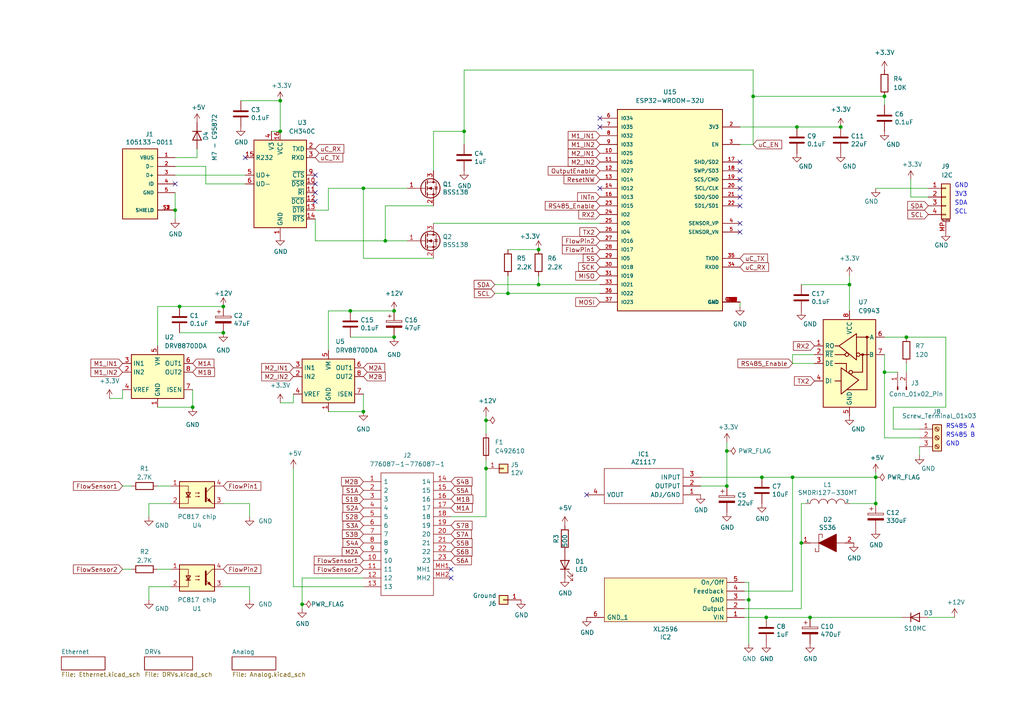
<source format=kicad_sch>
(kicad_sch (version 20230121) (generator eeschema)
  (paper "A4")
  (title_block (title "RC15") (date "2024-01-06"))
  (junction (at 210.82 130.81))
  (junction (at 256.54 27.94))
  (junction (at 243.84 36.83))
  (junction (at 218.44 27.94))
  (junction (at 105.41 54.61))
  (junction (at 156.21 72.39))
  (junction (at 210.82 140.97))
  (junction (at 114.3 90.17))
  (junction (at 81.28 38.1))
  (junction (at 64.77 88.9))
  (junction (at 229.87 138.43))
  (junction (at 246.38 82.55))
  (junction (at 232.41 157.48))
  (junction (at 114.3 97.79))
  (junction (at 140.97 135.89))
  (junction (at 256.54 107.95))
  (junction (at 87.63 175.26))
  (junction (at 254 146.05))
  (junction (at 55.88 118.11))
  (junction (at 111.76 69.85))
  (junction (at 52.07 88.9))
  (junction (at 156.21 82.55))
  (junction (at 101.6 90.17))
  (junction (at 147.32 85.09))
  (junction (at 220.98 138.43))
  (junction (at 231.14 36.83))
  (junction (at 140.97 121.92))
  (junction (at 81.28 29.21))
  (junction (at 217.17 173.99))
  (junction (at 234.95 179.07))
  (junction (at 64.77 96.52))
  (junction (at 222.25 179.07))
  (junction (at 262.89 97.79))
  (junction (at 254 138.43))
  (junction (at 134.62 38.1))
  (junction (at 50.8 60.96))
  (junction (at 105.41 119.38))
  (no_connect (at 91.44 50.8))
  (no_connect (at 214.63 49.53))
  (no_connect (at 214.63 67.31))
  (no_connect (at 50.8 53.34))
  (no_connect (at 91.44 55.88))
  (no_connect (at 214.63 64.77))
  (no_connect (at 214.63 46.99))
  (no_connect (at 91.44 58.42))
  (no_connect (at 173.99 34.29))
  (no_connect (at 130.81 167.64))
  (no_connect (at 71.12 45.72))
  (no_connect (at 91.44 53.34))
  (no_connect (at 214.63 57.15))
  (no_connect (at 170.18 143.51))
  (no_connect (at 214.63 59.69))
  (no_connect (at 173.99 54.61))
  (no_connect (at 173.99 36.83))
  (no_connect (at 214.63 52.07))
  (no_connect (at 214.63 54.61))
  (no_connect (at 130.81 165.1))
  (wire (pts (xy 256.54 97.79) (xy 262.89 97.79)))
  (wire (pts (xy 95.25 90.17) (xy 95.25 101.6)))
  (wire (pts (xy 101.6 90.17) (xy 114.3 90.17)))
  (wire (pts (xy 229.87 105.41) (xy 236.22 105.41)))
  (wire (pts (xy 38.1 165.1) (xy 35.56 165.1)))
  (wire (pts (xy 134.62 38.1) (xy 134.62 20.32)))
  (wire (pts (xy 156.21 80.01) (xy 156.21 82.55)))
  (wire (pts (xy 147.32 72.39) (xy 156.21 72.39)))
  (wire (pts (xy 91.44 69.85) (xy 91.44 63.5)))
  (wire (pts (xy 125.73 74.93) (xy 105.41 74.93)))
  (wire (pts (xy 266.7 124.46) (xy 259.08 124.46)))
  (wire (pts (xy 105.41 54.61) (xy 118.11 54.61)))
  (wire (pts (xy 125.73 64.77) (xy 173.99 64.77)))
  (wire (pts (xy 229.87 102.87) (xy 229.87 105.41)))
  (wire (pts (xy 43.18 146.05) (xy 49.53 146.05)))
  (wire (pts (xy 87.63 167.64) (xy 87.63 175.26)))
  (wire (pts (xy 210.82 130.81) (xy 210.82 140.97)))
  (wire (pts (xy 81.28 29.21) (xy 81.28 38.1)))
  (wire (pts (xy 262.89 105.41) (xy 262.89 107.95)))
  (wire (pts (xy 147.32 85.09) (xy 173.99 85.09)))
  (wire (pts (xy 232.41 82.55) (xy 246.38 82.55)))
  (wire (pts (xy 35.56 115.57) (xy 31.75 115.57)))
  (wire (pts (xy 134.62 41.91) (xy 134.62 38.1)))
  (wire (pts (xy 125.73 59.69) (xy 111.76 59.69)))
  (wire (pts (xy 50.8 55.88) (xy 50.8 60.96)))
  (wire (pts (xy 52.07 88.9) (xy 64.77 88.9)))
  (wire (pts (xy 236.22 102.87) (xy 229.87 102.87)))
  (wire (pts (xy 111.76 69.85) (xy 91.44 69.85)))
  (wire (pts (xy 59.69 53.34) (xy 71.12 53.34)))
  (wire (pts (xy 130.81 149.86) (xy 140.97 149.86)))
  (wire (pts (xy 101.6 97.79) (xy 114.3 97.79)))
  (wire (pts (xy 147.32 80.01) (xy 147.32 85.09)))
  (wire (pts (xy 232.41 176.53) (xy 232.41 157.48)))
  (wire (pts (xy 38.1 140.97) (xy 35.56 140.97)))
  (wire (pts (xy 203.2 138.43) (xy 220.98 138.43)))
  (wire (pts (xy 45.72 118.11) (xy 55.88 118.11)))
  (wire (pts (xy 246.38 80.01) (xy 246.38 82.55)))
  (wire (pts (xy 215.9 173.99) (xy 217.17 173.99)))
  (wire (pts (xy 229.87 171.45) (xy 229.87 138.43)))
  (wire (pts (xy 55.88 113.03) (xy 55.88 118.11)))
  (wire (pts (xy 143.51 85.09) (xy 147.32 85.09)))
  (wire (pts (xy 210.82 128.27) (xy 210.82 130.81)))
  (wire (pts (xy 95.25 54.61) (xy 105.41 54.61)))
  (wire (pts (xy 217.17 173.99) (xy 217.17 168.91)))
  (wire (pts (xy 105.41 114.3) (xy 105.41 119.38)))
  (wire (pts (xy 45.72 140.97) (xy 49.53 140.97)))
  (wire (pts (xy 259.08 118.11) (xy 274.32 118.11)))
  (wire (pts (xy 232.41 157.48) (xy 232.41 146.05)))
  (wire (pts (xy 59.69 53.34) (xy 59.69 48.26)))
  (wire (pts (xy 91.44 60.96) (xy 95.25 60.96)))
  (wire (pts (xy 231.14 36.83) (xy 243.84 36.83)))
  (wire (pts (xy 85.09 114.3) (xy 85.09 116.84)))
  (wire (pts (xy 256.54 127) (xy 266.7 127)))
  (wire (pts (xy 50.8 50.8) (xy 71.12 50.8)))
  (wire (pts (xy 105.41 54.61) (xy 105.41 74.93)))
  (wire (pts (xy 45.72 165.1) (xy 49.53 165.1)))
  (wire (pts (xy 264.16 57.15) (xy 264.16 52.07)))
  (wire (pts (xy 81.28 38.1) (xy 78.74 38.1)))
  (wire (pts (xy 203.2 140.97) (xy 210.82 140.97)))
  (wire (pts (xy 95.25 60.96) (xy 95.25 54.61)))
  (wire (pts (xy 156.21 82.55) (xy 173.99 82.55)))
  (wire (pts (xy 218.44 20.32) (xy 218.44 27.94)))
  (wire (pts (xy 140.97 121.92) (xy 140.97 125.73)))
  (wire (pts (xy 35.56 113.03) (xy 35.56 115.57)))
  (wire (pts (xy 111.76 59.69) (xy 111.76 69.85)))
  (wire (pts (xy 57.15 45.72) (xy 57.15 43.18)))
  (wire (pts (xy 43.18 170.18) (xy 43.18 173.99)))
  (wire (pts (xy 140.97 120.65) (xy 140.97 121.92)))
  (wire (pts (xy 246.38 82.55) (xy 246.38 90.17)))
  (wire (pts (xy 234.95 179.07) (xy 261.62 179.07)))
  (wire (pts (xy 256.54 107.95) (xy 256.54 127)))
  (wire (pts (xy 234.95 179.07) (xy 222.25 179.07)))
  (wire (pts (xy 85.09 116.84) (xy 81.28 116.84)))
  (wire (pts (xy 256.54 102.87) (xy 256.54 107.95)))
  (wire (pts (xy 134.62 20.32) (xy 218.44 20.32)))
  (wire (pts (xy 140.97 135.89) (xy 140.97 149.86)))
  (wire (pts (xy 43.18 170.18) (xy 49.53 170.18)))
  (wire (pts (xy 246.38 146.05) (xy 254 146.05)))
  (wire (pts (xy 217.17 173.99) (xy 217.17 186.69)))
  (wire (pts (xy 72.39 170.18) (xy 64.77 170.18)))
  (wire (pts (xy 101.6 90.17) (xy 95.25 90.17)))
  (wire (pts (xy 215.9 171.45) (xy 229.87 171.45)))
  (wire (pts (xy 232.41 146.05) (xy 233.68 146.05)))
  (wire (pts (xy 125.73 38.1) (xy 134.62 38.1)))
  (wire (pts (xy 254 146.05) (xy 254 138.43)))
  (wire (pts (xy 256.54 30.48) (xy 256.54 27.94)))
  (wire (pts (xy 95.25 119.38) (xy 105.41 119.38)))
  (wire (pts (xy 266.7 129.54) (xy 266.7 132.08)))
  (wire (pts (xy 222.25 179.07) (xy 215.9 179.07)))
  (wire (pts (xy 125.73 38.1) (xy 125.73 49.53)))
  (wire (pts (xy 52.07 88.9) (xy 45.72 88.9)))
  (wire (pts (xy 256.54 107.95) (xy 260.35 107.95)))
  (wire (pts (xy 269.24 179.07) (xy 276.86 179.07)))
  (wire (pts (xy 50.8 60.96) (xy 50.8 63.5)))
  (wire (pts (xy 254 54.61) (xy 269.24 54.61)))
  (wire (pts (xy 45.72 88.9) (xy 45.72 100.33)))
  (wire (pts (xy 69.85 29.21) (xy 81.28 29.21)))
  (wire (pts (xy 72.39 146.05) (xy 64.77 146.05)))
  (wire (pts (xy 218.44 27.94) (xy 218.44 41.91)))
  (wire (pts (xy 140.97 133.35) (xy 140.97 135.89)))
  (wire (pts (xy 72.39 149.86) (xy 72.39 146.05)))
  (wire (pts (xy 259.08 124.46) (xy 259.08 118.11)))
  (wire (pts (xy 215.9 176.53) (xy 232.41 176.53)))
  (wire (pts (xy 50.8 45.72) (xy 57.15 45.72)))
  (wire (pts (xy 274.32 118.11) (xy 274.32 97.79)))
  (wire (pts (xy 59.69 48.26) (xy 50.8 48.26)))
  (wire (pts (xy 214.63 87.63) (xy 214.63 88.9)))
  (wire (pts (xy 52.07 96.52) (xy 64.77 96.52)))
  (wire (pts (xy 87.63 175.26) (xy 87.63 176.53)))
  (wire (pts (xy 254 138.43) (xy 229.87 138.43)))
  (wire (pts (xy 262.89 97.79) (xy 274.32 97.79)))
  (wire (pts (xy 118.11 69.85) (xy 111.76 69.85)))
  (wire (pts (xy 105.41 170.18) (xy 85.09 170.18)))
  (wire (pts (xy 143.51 82.55) (xy 156.21 82.55)))
  (wire (pts (xy 217.17 168.91) (xy 215.9 168.91)))
  (wire (pts (xy 218.44 27.94) (xy 256.54 27.94)))
  (wire (pts (xy 43.18 146.05) (xy 43.18 149.86)))
  (wire (pts (xy 220.98 138.43) (xy 229.87 138.43)))
  (wire (pts (xy 214.63 36.83) (xy 231.14 36.83)))
  (wire (pts (xy 254 138.43) (xy 254 137.16)))
  (wire (pts (xy 105.41 167.64) (xy 87.63 167.64)))
  (wire (pts (xy 72.39 173.99) (xy 72.39 170.18)))
  (wire (pts (xy 214.63 41.91) (xy 218.44 41.91)))
  (wire (pts (xy 85.09 135.89) (xy 85.09 170.18)))
  (wire (pts (xy 264.16 57.15) (xy 269.24 57.15)))
  (text "GND" (at 276.86 54.61 0) (effects (font (size 1.27 1.27)) (justify left bottom)))
  (text "RS485 B" (at 274.32 127 0) (effects (font (size 1.27 1.27)) (justify left bottom)))
  (text "GND" (at 274.32 129.54 0) (effects (font (size 1.27 1.27)) (justify left bottom)))
  (text "RS485 A" (at 274.32 124.46 0) (effects (font (size 1.27 1.27)) (justify left bottom)))
  (text "SCL" (at 276.86 62.23 0) (effects (font (size 1.27 1.27)) (justify left bottom)))
  (text "3V3" (at 276.86 57.15 0) (effects (font (size 1.27 1.27)) (justify left bottom)))
  (text "SDA" (at 276.86 59.69 0) (effects (font (size 1.27 1.27)) (justify left bottom)))
  (global_label "FlowSensor2" (shape input) (at 35.56 165.1 180) (property "Intersheetrefs" "${INTERSHEET_REFS}" (effects hide)))
  (global_label "M2B" (shape input) (at 105.41 109.22 0) (property "Intersheetrefs" "${INTERSHEET_REFS}" (effects hide)))
  (global_label "M1_IN1" (shape input) (at 173.99 39.37 180) (property "Intersheetrefs" "${INTERSHEET_REFS}" (effects hide)))
  (global_label "FlowPin1" (shape input) (at 173.99 72.39 180) (property "Intersheetrefs" "${INTERSHEET_REFS}" (effects hide)))
  (global_label "S1A" (shape input) (at 105.41 142.24 180) (property "Intersheetrefs" "${INTERSHEET_REFS}" (effects hide)))
  (global_label "S5B" (shape input) (at 130.81 157.48 0) (property "Intersheetrefs" "${INTERSHEET_REFS}" (effects hide)))
  (global_label "FlowPin2" (shape input) (at 64.77 165.1 0) (property "Intersheetrefs" "${INTERSHEET_REFS}" (effects hide)))
  (global_label "uC_RX" (shape input) (at 214.63 77.47 0) (property "Intersheetrefs" "${INTERSHEET_REFS}" (effects hide)))
  (global_label "M2A" (shape input) (at 105.41 160.02 180) (property "Intersheetrefs" "${INTERSHEET_REFS}" (effects hide)))
  (global_label "M1B" (shape input) (at 130.81 144.78 0) (property "Intersheetrefs" "${INTERSHEET_REFS}" (effects hide)))
  (global_label "M2B" (shape input) (at 105.41 139.7 180) (property "Intersheetrefs" "${INTERSHEET_REFS}" (effects hide)))
  (global_label "M2_IN2" (shape input) (at 85.09 109.22 180) (property "Intersheetrefs" "${INTERSHEET_REFS}" (effects hide)))
  (global_label "M2_IN2" (shape input) (at 173.99 46.99 180) (property "Intersheetrefs" "${INTERSHEET_REFS}" (effects hide)))
  (global_label "SCL" (shape input) (at 269.24 62.23 180) (property "Intersheetrefs" "${INTERSHEET_REFS}" (effects hide)))
  (global_label "SDA" (shape input) (at 269.24 59.69 180) (property "Intersheetrefs" "${INTERSHEET_REFS}" (effects hide)))
  (global_label "SDA" (shape input) (at 143.51 82.55 180) (property "Intersheetrefs" "${INTERSHEET_REFS}" (effects hide)))
  (global_label "M1A" (shape input) (at 130.81 147.32 0) (property "Intersheetrefs" "${INTERSHEET_REFS}" (effects hide)))
  (global_label "S7B" (shape input) (at 130.81 152.4 0) (property "Intersheetrefs" "${INTERSHEET_REFS}" (effects hide)))
  (global_label "M1B" (shape input) (at 55.88 107.95 0) (property "Intersheetrefs" "${INTERSHEET_REFS}" (effects hide)))
  (global_label "RX2" (shape input) (at 173.99 62.23 180) (property "Intersheetrefs" "${INTERSHEET_REFS}" (effects hide)))
  (global_label "uC_TX" (shape input) (at 91.44 45.72 0) (property "Intersheetrefs" "${INTERSHEET_REFS}" (effects hide)))
  (global_label "SS" (shape input) (at 173.99 74.93 180) (property "Intersheetrefs" "${INTERSHEET_REFS}" (effects hide)))
  (global_label "uC_RX" (shape input) (at 91.44 43.18 0) (property "Intersheetrefs" "${INTERSHEET_REFS}" (effects hide)))
  (global_label "S4A" (shape input) (at 105.41 157.48 180) (property "Intersheetrefs" "${INTERSHEET_REFS}" (effects hide)))
  (global_label "M1_IN1" (shape input) (at 35.56 105.41 180) (property "Intersheetrefs" "${INTERSHEET_REFS}" (effects hide)))
  (global_label "TX2" (shape input) (at 236.22 110.49 180) (property "Intersheetrefs" "${INTERSHEET_REFS}" (effects hide)))
  (global_label "S5A" (shape input) (at 130.81 142.24 0) (property "Intersheetrefs" "${INTERSHEET_REFS}" (effects hide)))
  (global_label "S7A" (shape input) (at 130.81 154.94 0) (property "Intersheetrefs" "${INTERSHEET_REFS}" (effects hide)))
  (global_label "FlowSensor1" (shape input) (at 105.41 162.56 180) (property "Intersheetrefs" "${INTERSHEET_REFS}" (effects hide)))
  (global_label "TX2" (shape input) (at 173.99 67.31 180) (property "Intersheetrefs" "${INTERSHEET_REFS}" (effects hide)))
  (global_label "RX2" (shape input) (at 236.22 100.33 180) (property "Intersheetrefs" "${INTERSHEET_REFS}" (effects hide)))
  (global_label "uC_TX" (shape input) (at 214.63 74.93 0) (property "Intersheetrefs" "${INTERSHEET_REFS}" (effects hide)))
  (global_label "S6B" (shape input) (at 130.81 160.02 0) (property "Intersheetrefs" "${INTERSHEET_REFS}" (effects hide)))
  (global_label "M1_IN2" (shape input) (at 35.56 107.95 180) (property "Intersheetrefs" "${INTERSHEET_REFS}" (effects hide)))
  (global_label "INTn" (shape input) (at 173.99 57.15 180) (property "Intersheetrefs" "${INTERSHEET_REFS}" (effects hide)))
  (global_label "S4B" (shape input) (at 130.81 139.7 0) (property "Intersheetrefs" "${INTERSHEET_REFS}" (effects hide)))
  (global_label "S2A" (shape input) (at 105.41 147.32 180) (property "Intersheetrefs" "${INTERSHEET_REFS}" (effects hide)))
  (global_label "S3A" (shape input) (at 105.41 152.4 180) (property "Intersheetrefs" "${INTERSHEET_REFS}" (effects hide)))
  (global_label "RS485_Enable" (shape input) (at 229.87 105.41 180) (property "Intersheetrefs" "${INTERSHEET_REFS}" (effects hide)))
  (global_label "M2_IN1" (shape input) (at 85.09 106.68 180) (property "Intersheetrefs" "${INTERSHEET_REFS}" (effects hide)))
  (global_label "RS485_Enable" (shape input) (at 173.99 59.69 180) (property "Intersheetrefs" "${INTERSHEET_REFS}" (effects hide)))
  (global_label "SCL" (shape input) (at 143.51 85.09 180) (property "Intersheetrefs" "${INTERSHEET_REFS}" (effects hide)))
  (global_label "M1_IN2" (shape input) (at 173.99 41.91 180) (property "Intersheetrefs" "${INTERSHEET_REFS}" (effects hide)))
  (global_label "FlowPin2" (shape input) (at 173.99 69.85 180) (property "Intersheetrefs" "${INTERSHEET_REFS}" (effects hide)))
  (global_label "S1B" (shape input) (at 105.41 144.78 180) (property "Intersheetrefs" "${INTERSHEET_REFS}" (effects hide)))
  (global_label "ResetNW" (shape input) (at 173.99 52.07 180) (property "Intersheetrefs" "${INTERSHEET_REFS}" (effects hide)))
  (global_label "uC_EN" (shape input) (at 218.44 41.91 0) (property "Intersheetrefs" "${INTERSHEET_REFS}" (effects hide)))
  (global_label "MISO" (shape input) (at 173.99 80.01 180) (property "Intersheetrefs" "${INTERSHEET_REFS}" (effects hide)))
  (global_label "SCK" (shape input) (at 173.99 77.47 180) (property "Intersheetrefs" "${INTERSHEET_REFS}" (effects hide)))
  (global_label "M2_IN1" (shape input) (at 173.99 44.45 180) (property "Intersheetrefs" "${INTERSHEET_REFS}" (effects hide)))
  (global_label "FlowSensor1" (shape input) (at 35.56 140.97 180) (property "Intersheetrefs" "${INTERSHEET_REFS}" (effects hide)))
  (global_label "MOSI" (shape input) (at 173.99 87.63 180) (property "Intersheetrefs" "${INTERSHEET_REFS}" (effects hide)))
  (global_label "S3B" (shape input) (at 105.41 154.94 180) (property "Intersheetrefs" "${INTERSHEET_REFS}" (effects hide)))
  (global_label "S2B" (shape input) (at 105.41 149.86 180) (property "Intersheetrefs" "${INTERSHEET_REFS}" (effects hide)))
  (global_label "S6A" (shape input) (at 130.81 162.56 0) (property "Intersheetrefs" "${INTERSHEET_REFS}" (effects hide)))
  (global_label "FlowSensor2" (shape input) (at 105.41 165.1 180) (property "Intersheetrefs" "${INTERSHEET_REFS}" (effects hide)))
  (global_label "FlowPin1" (shape input) (at 64.77 140.97 0) (property "Intersheetrefs" "${INTERSHEET_REFS}" (effects hide)))
  (global_label "OutputEnable" (shape input) (at 173.99 49.53 180) (property "Intersheetrefs" "${INTERSHEET_REFS}" (effects hide)))
  (global_label "M1A" (shape input) (at 55.88 105.41 0) (property "Intersheetrefs" "${INTERSHEET_REFS}" (effects hide)))
  (global_label "M2A" (shape input) (at 105.41 106.68 0) (property "Intersheetrefs" "${INTERSHEET_REFS}" (effects hide)))
  (symbol (lib_id "power:GND") (at 217.17 186.69 0) (unit 1)
    (property "Reference" "#PWR027" (effects hide))
    (property "Value" "GND" (at 217.297 191.0842 0))
  )
  (symbol (lib_id "power:+3.3V") (at 81.28 29.21 0) (unit 1)
    (property "Reference" "#PWR010" (effects hide))
    (property "Value" "+3.3V" (at 81.661 24.8158 0))
  )
  (symbol (lib_id "power:+12V") (at 64.77 88.9 0) (unit 1)
    (property "Reference" "#PWR07" (effects hide))
    (property "Value" "+12V" (at 64.77 85.09 0))
  )
  (symbol (lib_name "PC817_1") (lib_id "Isolator:PC817") (at 57.15 167.64 0) (unit 1)
    (property "Reference" "U1" (at 57.15 176.53 0))
    (property "Value" "PC817 chip" (at 57.15 173.99 0))
    (property "Footprint" "digikey-footprints:SMD-4_4.6x7.62mm_P2.54mm" (effects hide))
    (property "Datasheet" "http://www.soselectronic.cz/a_info/resource/d/pc817.pdf" (effects hide))
  )
  (symbol (lib_id "power:GND") (at 256.54 38.1 0) (unit 1)
    (property "Reference" "#PWR028" (effects hide))
    (property "Value" "GND" (at 259.08 41.91 0))
  )
  (symbol (lib_id "Interface_UART:LT1785AxS8") (at 246.38 105.41 0) (unit 1)
    (property "Reference" "U7" (at 248.92 87.63 0) (effects (justify left)))
    (property "Value" "C9943" (at 248.92 90.17 0) (effects (justify left)))
    (property "Footprint" "footprints:21-0041B_8_MXM" (effects hide))
    (property "Datasheet" "https://www.lcsc.com/product-detail/RS-span-style-background-color-ff0-485-span-RS-422-ICs_Analog-Devices-Inc-Maxim-Integrated-MAX3485EESA-T_C9943.html" (effects hide))
  )
  (symbol (lib_id "power:+3.3V") (at 264.16 52.07 0) (unit 1)
    (property "Reference" "#PWR044" (effects hide))
    (property "Value" "+3.3V" (at 264.541 47.6758 0))
  )
  (symbol (lib_id "Device:C") (at 232.41 86.36 0) (unit 1)
    (property "Reference" "C17" (at 235.331 85.1916 0) (effects (justify left)))
    (property "Value" "0.1uF" (at 235.331 87.503 0) (effects (justify left)))
    (property "Footprint" "Capacitor_SMD:C_0603_1608Metric" (effects hide))
  )
  (symbol (lib_id "power:GND") (at 247.65 157.48 0) (unit 1)
    (property "Reference" "#PWR038" (effects hide))
    (property "Value" "GND" (at 247.777 161.8742 0))
  )
  (symbol (lib_id "power:+3.3V") (at 256.54 20.32 0) (unit 1)
    (property "Reference" "#PWR0106" (effects hide))
    (property "Value" "+3.3V" (at 256.54 15.24 0))
  )
  (symbol (lib_id "power:GND") (at 81.28 68.58 0) (unit 1)
    (property "Reference" "#PWR011" (effects hide))
    (property "Value" "GND" (at 81.407 72.9742 0))
  )
  (symbol (lib_id "power:+3.3V") (at 31.75 115.57 0) (unit 1)
    (property "Reference" "#PWR02" (effects hide))
    (property "Value" "+3.3V" (at 31.75 110.49 0))
  )
  (symbol (lib_id "Device:C_Polarized") (at 64.77 92.71 0) (unit 1)
    (property "Reference" "C2" (at 67.7672 91.5416 0) (effects (justify left)))
    (property "Value" "47uF" (at 67.7672 93.853 0) (effects (justify left)))
    (property "Footprint" "Capacitor_SMD:CP_Elec_6.3x5.4" (effects hide))
  )
  (symbol (lib_id "power:+3.3V") (at 156.21 72.39 0) (unit 1)
    (property "Reference" "#PWR034" (effects hide))
    (property "Value" "+3.3V" (at 153.67 68.58 0))
  )
  (symbol (lib_id "Diode:1N4001") (at 57.15 39.37 270) (unit 1)
    (property "Reference" "D4" (at 59.69 38.1 0) (effects (justify left)))
    (property "Value" "M7 - C95872" (at 62.23 33.02 0) (effects (justify left)))
    (property "Footprint" "MyFootprints:DO-214AC" (effects hide))
    (property "Datasheet" "http://www.vishay.com/docs/88503/1n4001.pdf" (effects hide))
    (property "Sim.Device" "D" (effects hide))
    (property "Sim.Pins" "1=K 2=A" (effects hide))
  )
  (symbol (lib_id "power:GND") (at 203.2 143.51 0) (unit 1)
    (property "Reference" "#PWR023" (effects hide))
    (property "Value" "GND" (at 203.327 147.9042 0))
  )
  (symbol (lib_id "Device:C") (at 101.6 93.98 0) (unit 1)
    (property "Reference" "C15" (at 104.521 92.8116 0) (effects (justify left)))
    (property "Value" "0.1uF" (at 104.521 95.123 0) (effects (justify left)))
    (property "Footprint" "Capacitor_SMD:C_0603_1608Metric" (effects hide))
  )
  (symbol (lib_id "MyLib:XL2596") (at 215.9 179.07 180) (unit 1)
    (property "Reference" "IC2" (at 193.04 184.785 0))
    (property "Value" "XL2596" (at 193.04 182.4736 0))
    (property "Footprint" "MyFootprints:TO263-5L" (effects hide))
  )
  (symbol (lib_id "power:+12V") (at 140.97 120.65 0) (unit 1)
    (property "Reference" "#PWR017" (effects hide))
    (property "Value" "+12V" (at 141.351 116.2558 0))
  )
  (symbol (lib_id "Device:R") (at 156.21 76.2 0) (unit 1)
    (property "Reference" "R6" (at 158.75 74.9299 0) (effects (justify left)))
    (property "Value" "2.2K" (at 158.75 77.4699 0) (effects (justify left)))
    (property "Footprint" "Resistor_SMD:R_0603_1608Metric" (effects hide))
  )
  (symbol (lib_id "Device:R") (at 262.89 101.6 0) (unit 1)
    (property "Reference" "R7" (at 265.43 100.33 0) (effects (justify left)))
    (property "Value" "120" (at 265.43 102.87 0) (effects (justify left)))
    (property "Footprint" "Resistor_SMD:R_0603_1608Metric" (effects hide))
  )
  (symbol (lib_id "MyLib:AZ1117CH-3.3TRG1") (at 203.2 143.51 180) (unit 1)
    (property "Reference" "IC1" (at 186.69 131.699 0))
    (property "Value" "AZ1117" (at 186.69 134.0104 0))
    (property "Footprint" "Package_TO_SOT_SMD:SOT-223" (effects hide))
    (property "Datasheet" "https://datasheet.datasheetarchive.com/originals/distributors/Datasheets-DGA25/1776204.pdf" (effects hide))
    (property "Description" "1.35A 3.3V LDO Reg. Current Limit SOT223 DiodesZetex AZ1117CH-3.3TRG1, LDO Voltage Regulator, 0.8A, 3.3 V +/-1%, maximum of 15 Vin, 3-Pin SOT-223" (effects hide))
    (property "Height" "1.8" (effects hide))
    (property "Mouser Part Number" "621-AZ1117CH-3.3TRG1" (effects hide))
    (property "Mouser Price/Stock" "https://www.mouser.co.uk/ProductDetail/Diodes-Incorporated/AZ1117CH-33TRG1?qs=FKu9oBikfSm7ntaG6olPSQ%3D%3D" (effects hide))
    (property "Manufacturer_Name" "Diodes Inc." (effects hide))
    (property "Manufacturer_Part_Number" "AZ1117CH-3.3TRG1" (effects hide))
  )
  (symbol (lib_id "Connector:Conn_01x02_Pin") (at 260.35 113.03 90) (unit 1)
    (property "Reference" "J3" (at 264.16 111.125 90) (effects (justify right)))
    (property "Value" "Conn_01x02_Pin" (at 257.81 114.3 90) (effects (justify right)))
    (property "Footprint" "Connector_PinHeader_2.54mm:PinHeader_1x02_P2.54mm_Vertical" (effects hide))
  )
  (symbol (lib_id "Device:C") (at 69.85 33.02 0) (unit 1)
    (property "Reference" "C3" (at 72.771 31.8516 0) (effects (justify left)))
    (property "Value" "0.1uF" (at 72.771 34.163 0) (effects (justify left)))
    (property "Footprint" "Capacitor_SMD:C_0603_1608Metric" (effects hide))
  )
  (symbol (lib_id "Device:C") (at 220.98 142.24 0) (unit 1)
    (property "Reference" "C7" (at 223.901 141.0716 0) (effects (justify left)))
    (property "Value" "10uF" (at 223.901 143.383 0) (effects (justify left)))
    (property "Footprint" "Capacitor_SMD:C_0805_2012Metric" (effects hide))
  )
  (symbol (lib_id "power:GND") (at 43.18 149.86 0) (unit 1)
    (property "Reference" "#PWR0108" (effects hide))
    (property "Value" "GND" (at 46.99 152.4 0))
  )
  (symbol (lib_id "power:GND") (at 222.25 186.69 0) (unit 1)
    (property "Reference" "#PWR032" (effects hide))
    (property "Value" "GND" (at 222.377 191.0842 0))
  )
  (symbol (lib_id "Device:R") (at 147.32 76.2 0) (unit 1)
    (property "Reference" "R5" (at 149.86 74.9299 0) (effects (justify left)))
    (property "Value" "2.2K" (at 149.86 77.4699 0) (effects (justify left)))
    (property "Footprint" "Resistor_SMD:R_0603_1608Metric" (effects hide))
  )
  (symbol (lib_id "Device:C_Polarized") (at 234.95 182.88 0) (unit 1)
    (property "Reference" "C10" (at 237.9472 181.7116 0) (effects (justify left)))
    (property "Value" "470uF" (at 237.9472 184.023 0) (effects (justify left)))
    (property "Footprint" "Capacitor_SMD:CP_Elec_10x10.5" (effects hide))
  )
  (symbol (lib_id "power:GND") (at 254 54.61 0) (unit 1)
    (property "Reference" "#PWR039" (effects hide))
    (property "Value" "GND" (at 252.73 58.42 0))
  )
  (symbol (lib_id "Device:C_Polarized") (at 210.82 144.78 0) (unit 1)
    (property "Reference" "C5" (at 213.8172 143.6116 0) (effects (justify left)))
    (property "Value" "22uF" (at 213.8172 145.923 0) (effects (justify left)))
    (property "Footprint" "Capacitor_SMD:C_0603_1608Metric" (effects hide))
  )
  (symbol (lib_id "power:GND") (at 151.13 173.99 0) (unit 1)
    (property "Reference" "#PWR022" (effects hide))
    (property "Value" "GND" (at 151.257 178.3842 0))
  )
  (symbol (lib_id "Device:Fuse") (at 140.97 129.54 0) (unit 1)
    (property "Reference" "F1" (at 143.51 128.27 0) (effects (justify left)))
    (property "Value" "C492610" (at 143.51 130.81 0) (effects (justify left)))
    (property "Footprint" "MyFootprints:Fuse_Holder_C492610" (effects hide))
    (property "Datasheet" "https://www.lcsc.com/product-detail/Fuse-Holders_XFCN-XF-506P_C492610.html" (effects hide))
  )
  (symbol (lib_id "Device:C") (at 222.25 182.88 0) (unit 1)
    (property "Reference" "C8" (at 225.171 181.7116 0) (effects (justify left)))
    (property "Value" "1uF" (at 225.171 184.023 0) (effects (justify left)))
    (property "Footprint" "Capacitor_SMD:C_0805_2012Metric" (effects hide))
  )
  (symbol (lib_id "power:GND") (at 232.41 90.17 0) (unit 1)
    (property "Reference" "#PWR016" (effects hide))
    (property "Value" "GND" (at 234.95 93.98 0))
  )
  (symbol (lib_id "power:+5V") (at 57.15 35.56 0) (unit 1)
    (property "Reference" "#PWR04" (effects hide))
    (property "Value" "+5V" (at 57.531 31.1658 0))
  )
  (symbol (lib_id "Device:R") (at 41.91 165.1 90) (unit 1)
    (property "Reference" "R2" (at 41.91 160.02 90))
    (property "Value" "2.7K" (at 41.91 162.56 90))
    (property "Footprint" "Resistor_SMD:R_0603_1608Metric" (effects hide))
  )
  (symbol (lib_id "power:GND") (at 234.95 186.69 0) (unit 1)
    (property "Reference" "#PWR033" (effects hide))
    (property "Value" "GND" (at 235.077 191.0842 0))
  )
  (symbol (lib_id "Device:C") (at 52.07 92.71 0) (unit 1)
    (property "Reference" "C1" (at 54.991 91.5416 0) (effects (justify left)))
    (property "Value" "0.1uF" (at 54.991 93.853 0) (effects (justify left)))
    (property "Footprint" "Capacitor_SMD:C_0603_1608Metric" (effects hide))
  )
  (symbol (lib_id "power:+3.3V") (at 81.28 116.84 0) (unit 1)
    (property "Reference" "#PWR014" (effects hide))
    (property "Value" "+3.3V" (at 81.28 111.76 0))
  )
  (symbol (lib_id "Device:D") (at 265.43 179.07 0) (unit 1)
    (property "Reference" "D3" (at 269.24 177.8 0))
    (property "Value" "S10MC" (at 265.43 182.2704 0))
    (property "Footprint" "MyFootprints:D_SMC_larger_pads" (effects hide))
    (property "Sim.Device" "D" (effects hide))
    (property "Sim.Pins" "1=K 2=A" (effects hide))
  )
  (symbol (lib_id "power:GND") (at 105.41 119.38 0) (unit 1)
    (property "Reference" "#PWR040" (effects hide))
    (property "Value" "GND" (at 105.41 124.46 0))
  )
  (symbol (lib_id "power:+5V") (at 85.09 135.89 0) (unit 1)
    (property "Reference" "#PWR012" (effects hide))
    (property "Value" "+5V" (at 85.471 131.4958 0))
  )
  (symbol (lib_id "power:PWR_FLAG") (at 254 138.43 270) (unit 1)
    (property "Reference" "#FLG04" (effects hide))
    (property "Value" "PWR_FLAG" (at 257.2512 138.43 90) (effects (justify left)))
  )
  (symbol (lib_id "Transistor_FET:BSS138") (at 123.19 69.85 0) (unit 1)
    (property "Reference" "Q2" (at 128.3716 68.6816 0) (effects (justify left)))
    (property "Value" "BSS138" (at 128.3716 70.993 0) (effects (justify left)))
    (property "Footprint" "Package_TO_SOT_SMD:SOT-23" (effects hide))
    (property "Datasheet" "https://www.onsemi.com/pub/Collateral/BSS138-D.PDF" (effects hide))
  )
  (symbol (lib_id "power:GND") (at 50.8 63.5 0) (unit 1)
    (property "Reference" "#PWR03" (effects hide))
    (property "Value" "GND" (at 50.927 67.8942 0))
  )
  (symbol (lib_id "Device:C") (at 256.54 34.29 0) (unit 1)
    (property "Reference" "C6" (at 259.461 33.1216 0) (effects (justify left)))
    (property "Value" "0.1uF" (at 259.461 35.433 0) (effects (justify left)))
    (property "Footprint" "Capacitor_SMD:C_0603_1608Metric" (effects hide))
  )
  (symbol (lib_id "power:+3.3V") (at 246.38 80.01 0) (unit 1)
    (property "Reference" "#PWR021" (effects hide))
    (property "Value" "+3.3V" (at 246.38 74.93 0))
  )
  (symbol (lib_id "Device:R") (at 41.91 140.97 90) (unit 1)
    (property "Reference" "R1" (at 41.91 135.89 90))
    (property "Value" "2.7K" (at 41.91 138.43 90))
    (property "Footprint" "Resistor_SMD:R_0603_1608Metric" (effects hide))
  )
  (symbol (lib_id "Driver_Motor:DRV8870DDA") (at 45.72 107.95 0) (unit 1)
    (property "Reference" "U2" (at 47.7394 97.79 0) (effects (justify left)))
    (property "Value" "DRV8870DDA" (at 47.7394 100.33 0) (effects (justify left)))
    (property "Footprint" "Package_SO:Texas_HTSOP-8-1EP_3.9x4.9mm_P1.27mm_EP2.95x4.9mm_Mask2.4x3.1mm_ThermalVias" (effects hide))
    (property "Datasheet" "http://www.ti.com/lit/ds/symlink/drv8870.pdf" (effects hide))
  )
  (symbol (lib_id "power:GND") (at 72.39 173.99 0) (unit 1)
    (property "Reference" "#PWR06" (effects hide))
    (property "Value" "GND" (at 74.93 175.26 0) (effects (justify left)))
  )
  (symbol (lib_id "Device:LED") (at 163.83 163.83 90) (unit 1)
    (property "Reference" "D1" (at 166.8272 162.8394 90) (effects (justify right)))
    (property "Value" "LED" (at 166.8272 165.1508 90) (effects (justify right)))
    (property "Footprint" "LED_SMD:LED_0603_1608Metric" (effects hide))
  )
  (symbol (lib_id "power:GND") (at 246.38 120.65 0) (unit 1)
    (property "Reference" "#PWR037" (effects hide))
    (property "Value" "GND" (at 248.92 124.46 0))
  )
  (symbol (lib_id "Device:C") (at 134.62 45.72 0) (unit 1)
    (property "Reference" "C4" (at 137.541 44.5516 0) (effects (justify left)))
    (property "Value" "1uF" (at 137.541 46.863 0) (effects (justify left)))
    (property "Footprint" "Capacitor_SMD:C_0805_2012Metric" (effects hide))
  )
  (symbol (lib_id "power:PWR_FLAG") (at 87.63 175.26 270) (unit 1)
    (property "Reference" "#FLG01" (effects hide))
    (property "Value" "PWR_FLAG" (at 90.17 175.26 90) (effects (justify left)))
  )
  (symbol (lib_id "power:GND") (at 87.63 176.53 0) (unit 1)
    (property "Reference" "#PWR015" (effects hide))
    (property "Value" "GND" (at 87.757 180.9242 0))
  )
  (symbol (lib_id "power:+5V") (at 163.83 152.4 0) (unit 1)
    (property "Reference" "#PWR018" (effects hide))
    (property "Value" "+5V" (at 163.83 147.32 0))
  )
  (symbol (lib_id "Connector:Screw_Terminal_01x03") (at 271.78 127 0) (unit 1)
    (property "Reference" "J8" (at 270.51 119.38 0) (effects (justify left)))
    (property "Value" "Screw_Terminal_01x03" (at 261.62 120.65 0) (effects (justify left)))
    (property "Footprint" "TerminalBlock_Phoenix:TerminalBlock_Phoenix_PT-1,5-3-5.0-H_1x03_P5.00mm_Horizontal" (effects hide))
  )
  (symbol (lib_id "Device:C_Polarized") (at 114.3 93.98 0) (unit 1)
    (property "Reference" "C16" (at 117.2972 92.8116 0) (effects (justify left)))
    (property "Value" "47uF" (at 117.2972 95.123 0) (effects (justify left)))
    (property "Footprint" "Capacitor_SMD:CP_Elec_6.3x5.4" (effects hide))
  )
  (symbol (lib_id "power:GND") (at 69.85 36.83 0) (unit 1)
    (property "Reference" "#PWR09" (effects hide))
    (property "Value" "GND" (at 69.977 41.2242 0))
  )
  (symbol (lib_id "power:GND") (at 231.14 44.45 0) (unit 1)
    (property "Reference" "#PWR0105" (effects hide))
    (property "Value" "GND" (at 233.68 48.26 0))
  )
  (symbol (lib_id "power:GND") (at 114.3 97.79 0) (unit 1)
    (property "Reference" "#PWR049" (effects hide))
    (property "Value" "GND" (at 114.3 102.87 0))
  )
  (symbol (lib_id "Interface_USB:CH340C") (at 81.28 53.34 0) (unit 1)
    (property "Reference" "U3" (at 87.63 35.56 0))
    (property "Value" "CH340C" (at 87.63 38.1 0))
    (property "Footprint" "Package_SO:SOIC-16_3.9x9.9mm_P1.27mm" (effects hide))
    (property "Datasheet" "https://datasheet.lcsc.com/szlcsc/Jiangsu-Qin-Heng-CH340C_C84681.pdf" (effects hide))
  )
  (symbol (lib_id "Device:C") (at 243.84 40.64 0) (unit 1)
    (property "Reference" "C11" (at 246.761 39.4716 0) (effects (justify left)))
    (property "Value" "22uF" (at 246.761 41.783 0) (effects (justify left)))
    (property "Footprint" "Capacitor_SMD:C_0603_1608Metric" (effects hide))
  )
  (symbol (lib_name "PC817_1") (lib_id "Isolator:PC817") (at 57.15 143.51 0) (unit 1)
    (property "Reference" "U4" (at 57.15 152.4 0))
    (property "Value" "PC817 chip" (at 57.15 149.86 0))
    (property "Footprint" "digikey-footprints:SMD-4_4.6x7.62mm_P2.54mm" (effects hide))
    (property "Datasheet" "http://www.soselectronic.cz/a_info/resource/d/pc817.pdf" (effects hide))
  )
  (symbol (lib_id "power:GND") (at 64.77 96.52 0) (unit 1)
    (property "Reference" "#PWR08" (effects hide))
    (property "Value" "GND" (at 64.77 101.6 0))
  )
  (symbol (lib_id "power:GND") (at 243.84 44.45 0) (unit 1)
    (property "Reference" "#PWR036" (effects hide))
    (property "Value" "GND" (at 246.38 48.26 0))
  )
  (symbol (lib_id "Device:R") (at 256.54 24.13 0) (unit 1)
    (property "Reference" "R4" (at 259.08 22.8599 0) (effects (justify left)))
    (property "Value" "10K" (at 259.08 25.3999 0) (effects (justify left)))
    (property "Footprint" "Resistor_SMD:R_0603_1608Metric" (effects hide))
  )
  (symbol (lib_id "power:GND") (at 220.98 146.05 0) (unit 1)
    (property "Reference" "#PWR029" (effects hide))
    (property "Value" "GND" (at 221.107 150.4442 0))
  )
  (symbol (lib_id "MyLib:SS36") (at 229.87 157.48 0) (unit 1)
    (property "Reference" "D2" (at 240.03 150.6982 0))
    (property "Value" "SS36" (at 240.03 153.0096 0))
    (property "Footprint" "MyFootprints:SMA(DO-214AC)" (effects hide))
    (property "Description" "SS36 - DIODE, SCHOTTKY, 3A, 60V, DO-214AB(SMC), LCSC# C330394" (effects hide))
  )
  (symbol (lib_id "power:GND") (at 254 153.67 0) (unit 1)
    (property "Reference" "#PWR043" (effects hide))
    (property "Value" "GND" (at 254.127 158.0642 0))
  )
  (symbol (lib_id "power:GND") (at 72.39 149.86 0) (unit 1)
    (property "Reference" "#PWR0107" (effects hide))
    (property "Value" "GND" (at 74.93 151.13 0) (effects (justify left)))
  )
  (symbol (lib_id "power:PWR_FLAG") (at 140.97 121.92 270) (unit 1)
    (property "Reference" "#FLG02" (effects hide))
    (property "Value" "PWR_FLAG" (effects hide))
  )
  (symbol (lib_id "power:+3.3V") (at 243.84 36.83 0) (unit 1)
    (property "Reference" "#PWR035" (effects hide))
    (property "Value" "+3.3V" (at 243.84 31.75 0))
  )
  (symbol (lib_id "power:GND") (at 274.32 67.31 0) (unit 1)
    (property "Reference" "#PWR045" (effects hide))
    (property "Value" "GND" (at 273.05 71.12 0))
  )
  (symbol (lib_id "power:+5V") (at 254 137.16 0) (unit 1)
    (property "Reference" "#PWR042" (effects hide))
    (property "Value" "+5V" (at 254.381 132.7658 0))
  )
  (symbol (lib_id "Device:C_Polarized") (at 254 149.86 0) (unit 1)
    (property "Reference" "C12" (at 256.9972 148.6916 0) (effects (justify left)))
    (property "Value" "330uF" (at 256.9972 151.003 0) (effects (justify left)))
    (property "Footprint" "Capacitor_SMD:CP_Elec_10x10.5" (effects hide))
  )
  (symbol (lib_id "power:GND") (at 210.82 148.59 0) (unit 1)
    (property "Reference" "#PWR026" (effects hide))
    (property "Value" "GND" (at 210.947 152.9842 0))
  )
  (symbol (lib_id "power:GND") (at 163.83 167.64 0) (unit 1)
    (property "Reference" "#PWR019" (effects hide))
    (property "Value" "GND" (at 163.957 172.0342 0))
  )
  (symbol (lib_id "MyLib:105133-0011") (at 40.64 53.34 0) (mirror y) (unit 1)
    (property "Reference" "J1" (at 43.3578 38.9382 0))
    (property "Value" "105133-0011" (at 43.3578 41.2496 0))
    (property "Footprint" "MyFootprints:MOLEX_105133-0011" (effects hide))
    (property "MANUFACTURER" "Molex" (effects hide))
    (property "STANDARD" "Manufacturer Recommendations" (effects hide))
    (property "PARTREV" "C" (effects hide))
  )
  (symbol (lib_id "power:GND") (at 266.7 132.08 0) (unit 1)
    (property "Reference" "#PWR052" (effects hide))
    (property "Value" "GND" (at 269.24 135.89 0))
  )
  (symbol (lib_id "Device:R") (at 163.83 156.21 180) (unit 1)
    (property "Reference" "R3" (at 161.29 154.94 90) (effects (justify left)))
    (property "Value" "500" (at 163.83 154.94 90) (effects (justify left)))
    (property "Footprint" "Resistor_SMD:R_0603_1608Metric" (effects hide))
  )
  (symbol (lib_id "power:GND") (at 214.63 88.9 0) (unit 1)
    (property "Reference" "#PWR024" (effects hide))
    (property "Value" "GND" (at 214.63 93.98 0))
  )
  (symbol (lib_id "Device:C") (at 231.14 40.64 0) (unit 1)
    (property "Reference" "C9" (at 234.061 39.4716 0) (effects (justify left)))
    (property "Value" "0.1uF" (at 234.061 41.783 0) (effects (justify left)))
    (property "Footprint" "Capacitor_SMD:C_0603_1608Metric" (effects hide))
  )
  (symbol (lib_id "Connector_Generic_MountingPin:Conn_01x04_MountingPin") (at 274.32 57.15 0) (unit 1)
    (property "Reference" "J9" (at 273.05 48.26 0) (effects (justify left)))
    (property "Value" "I2C" (at 273.05 50.8 0) (effects (justify left)))
    (property "Footprint" "MyFootprints:Qwic_vertical" (effects hide))
  )
  (symbol (lib_id "MyLib:INDUCTOR") (at 240.03 146.05 0) (unit 1)
    (property "Reference" "L1" (at 240.03 140.589 0))
    (property "Value" "SMDRI127-330MT" (at 240.03 142.9004 0))
    (property "Footprint" "MyFootprints:TMPA1265SP-101MN-D" (effects hide))
  )
  (symbol (lib_id "power:+12V") (at 114.3 90.17 0) (unit 1)
    (property "Reference" "#PWR041" (effects hide))
    (property "Value" "+12V" (at 114.3 85.09 0))
  )
  (symbol (lib_id "ESP32-WROOM-32U:ESP32-WROOM-32U") (at 194.31 59.69 0) (unit 1)
    (property "Reference" "U15" (at 194.31 26.67 0))
    (property "Value" "ESP32-WROOM-32U" (at 194.31 29.21 0))
    (property "Footprint" "ESP32-WROOM-32U:XCVR_ESP32-WROOM-32U" (effects hide))
    (property "MF" "Espressif Systems" (effects hide))
    (property "DESCRIPTION" "Bluetooth, WiFi 802.11b/g/n, Bluetooth v4.2 +EDR, Class 1, 2 and 3 Transceiver Module 2.4GHz ~ 2.5GHz Antenna Not Included, U.FL Surface Mount" (effects hide))
    (property "PACKAGE" "Module Espressif Systems" (effects hide))
    (property "PRICE" "None" (effects hide))
    (property "Package" "NON STANDARD-39 Espressif" (effects hide))
    (property "Check_prices" "https://www.snapeda.com/parts/ESP32-WROOM-32U/Espressif+Systems/view-part/?ref=eda" (effects hide))
    (property "STANDARD" "Manufacturer Recommendations" (effects hide))
    (property "PARTREV" "V1.9" (effects hide))
    (property "SnapEDA_Link" "https://www.snapeda.com/parts/ESP32-WROOM-32U/Espressif+Systems/view-part/?ref=snap" (effects hide))
    (property "MP" "ESP32-WROOM-32U" (effects hide))
    (property "DIGIKEY-PURCHASE-URL" "https://snapeda.com/shop?store=DigiKey&id=2472476" (effects hide))
    (property "Price" "None" (effects hide))
    (property "Description" "\nBluetooth, WiFi 802.11b/g/n, Bluetooth v4.2 +EDR, Class 1, 2 and 3 Transceiver Module 2.4GHz ~ 2.5GHz Antenna Not Included, U.FL Surface Mount\n" (effects hide))
    (property "Availability" "Not in stock" (effects hide))
    (property "AVAILABILITY" "Unavailable" (effects hide))
    (property "MAXIMUM_PACKAGE_HEIGHT" "3.3mm" (effects hide))
  )
  (symbol (lib_id "power:+12V") (at 276.86 179.07 0) (unit 1)
    (property "Reference" "#PWR046" (effects hide))
    (property "Value" "+12V" (at 277.241 174.6758 0))
  )
  (symbol (lib_id "Connector_Generic:Conn_01x01") (at 146.05 173.99 180) (unit 1)
    (property "Reference" "J6" (at 144.018 175.0568 0) (effects (justify left)))
    (property "Value" "Ground" (at 144.018 172.7454 0) (effects (justify left)))
    (property "Footprint" "MyFootprints:PowerPin" (effects hide))
  )
  (symbol (lib_id "power:+3.3V") (at 210.82 128.27 0) (unit 1)
    (property "Reference" "#PWR025" (effects hide))
    (property "Value" "+3.3V" (at 211.201 123.8758 0))
  )
  (symbol (lib_id "power:PWR_FLAG") (at 210.82 130.81 270) (unit 1)
    (property "Reference" "#FLG03" (effects hide))
    (property "Value" "PWR_FLAG" (at 214.0712 130.81 90) (effects (justify left)))
  )
  (symbol (lib_id "Transistor_FET:BSS138") (at 123.19 54.61 0) (unit 1)
    (property "Reference" "Q1" (at 128.3716 53.4416 0) (effects (justify left)))
    (property "Value" "BSS138" (at 128.3716 55.753 0) (effects (justify left)))
    (property "Footprint" "Package_TO_SOT_SMD:SOT-23" (effects hide))
    (property "Datasheet" "https://www.onsemi.com/pub/Collateral/BSS138-D.PDF" (effects hide))
  )
  (symbol (lib_id "power:GND") (at 43.18 173.99 0) (unit 1)
    (property "Reference" "#PWR01" (effects hide))
    (property "Value" "GND" (at 46.99 176.53 0))
  )
  (symbol (lib_id "power:GND") (at 134.62 49.53 0) (unit 1)
    (property "Reference" "#PWR013" (effects hide))
    (property "Value" "GND" (at 134.747 53.9242 0))
  )
  (symbol (lib_id "power:GND") (at 170.18 179.07 0) (unit 1)
    (property "Reference" "#PWR020" (effects hide))
    (property "Value" "GND" (at 170.307 183.4642 0))
  )
  (symbol (lib_id "Driver_Motor:DRV8870DDA") (at 95.25 109.22 0) (unit 1)
    (property "Reference" "U5" (at 97.2694 99.06 0) (effects (justify left)))
    (property "Value" "DRV8870DDA" (at 97.2694 101.6 0) (effects (justify left)))
    (property "Footprint" "Package_SO:Texas_HTSOP-8-1EP_3.9x4.9mm_P1.27mm_EP2.95x4.9mm_Mask2.4x3.1mm_ThermalVias" (effects hide))
    (property "Datasheet" "http://www.ti.com/lit/ds/symlink/drv8870.pdf" (effects hide))
  )
  (symbol (lib_id "power:GND") (at 55.88 118.11 0) (unit 1)
    (property "Reference" "#PWR05" (effects hide))
    (property "Value" "GND" (at 55.88 123.19 0))
  )
  (symbol (lib_id "MyLib:776087-1-776087-1") (at 105.41 139.7 0) (unit 1)
    (property "Reference" "J2" (at 118.11 132.08 0))
    (property "Value" "776087-1-776087-1" (at 118.11 134.62 0))
    (property "Footprint" "MyFootprints:7760871" (effects hide))
    (property "Datasheet" "https://componentsearchengine.com/Datasheets/1/776087-1.pdf" (effects hide))
    (property "Description" "TE Connectivity AMPSEAL, 4mm Pitch, 23 Way, 3 Row, Right Angle PCB Header, Through Hole" (effects hide))
    (property "Height" "32.1" (effects hide))
    (property "Mouser Part Number" "571-776087-1" (effects hide))
    (property "Mouser Price/Stock" "https://www.mouser.co.uk/ProductDetail/TE-Connectivity/776087-1?qs=qXO2HHLAcoIjggUTPuCD9w%3D%3D" (effects hide))
    (property "Manufacturer_Name" "TE Connectivity" (effects hide))
    (property "Manufacturer_Part_Number" "776087-1" (effects hide))
  )
  (symbol (lib_id "Connector_Generic:Conn_01x01") (at 146.05 135.89 0) (unit 1)
    (property "Reference" "J5" (at 148.082 134.8232 0) (effects (justify left)))
    (property "Value" "12V " (at 148.082 137.1346 0) (effects (justify left)))
    (property "Footprint" "MyFootprints:PowerPin" (effects hide))
  )
  (sheet (at 41.91 190.5) (size 13.97 3.81) (stroke (width 0.1524))
    (property "Sheetname" "DRVs" (at 41.91 189.7884 0) (effects (justify left bottom)))
    (property "Sheetfile" "DRVs.kicad_sch" (at 41.91 194.8946 0) (effects (justify left top)))
  )
  (sheet (at 17.78 190.5) (size 12.7 3.81) (stroke (width 0.1524))
    (property "Sheetname" "Ethernet" (at 17.78 189.7884 0) (effects (justify left bottom)))
    (property "Sheetfile" "Ethernet.kicad_sch" (at 17.78 194.8946 0) (effects (justify left top)))
  )
  (sheet (at 67.31 190.5) (size 12.7 3.81) (stroke (width 0.1524))
    (property "Sheetname" "Analog" (at 67.31 189.7884 0) (effects (justify left bottom)))
    (property "Sheetfile" "Analog.kicad_sch" (at 67.31 194.8946 0) (effects (justify left top)))
  )
)
</source>
